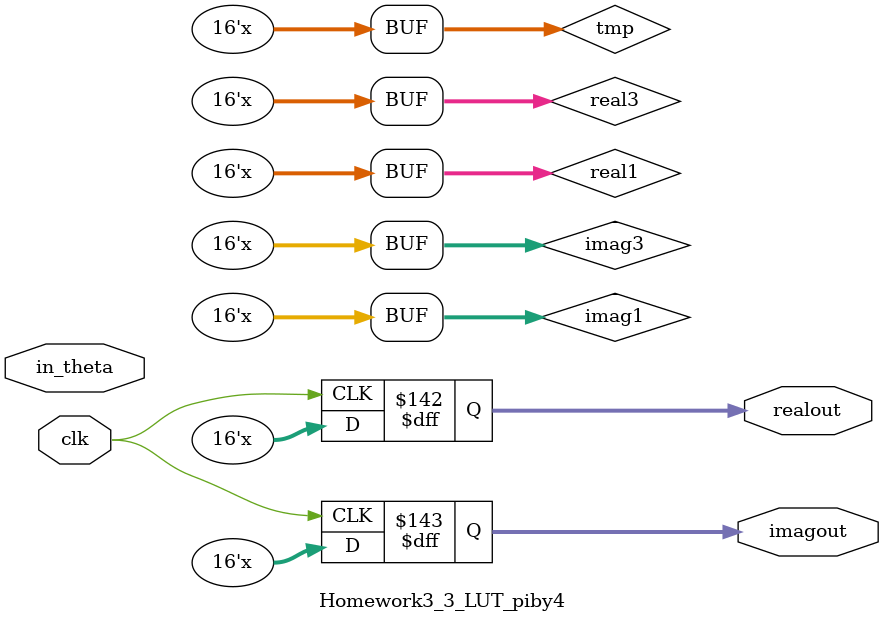
<source format=v>
module Homework3_3_LUT_piby4(clk,in_theta,realout,imagout);
input [11:0]in_theta;
input clk;
output reg [15:0]realout;
output reg [15:0]imagout;


wire [11:0]in_theta;
wire clk;
//reg [15:0]realout;
//reg [15:0]imagout;

reg [11:0]theta;
reg [11:0]thegen1;
reg [11:0]thegen;
reg [15:0]real3;
reg [15:0]imag3;
reg [15:0]real2;
reg [15:0]imag2;
reg [15:0]real1;
reg [15:0]imag1;
reg [15:0]tmp;

always@(posedge clk)begin
theta<= #1 in_theta;
realout<= #1 real3;
imagout<= #1 imag3;
end

always @(*) begin
if (theta<=12'b010000000000)begin
    thegen = theta;
    real3 =real1;
    imag3=imag1; end
else if (theta<=12'b100000000000 && theta>12'b010000000000)begin
    thegen = 12'b100000000000-theta;
    real3 =~real1+1'b1;
    imag3=imag1; end
else if (theta<=12'b110000000000 && theta>12'b100000000000)begin
    thegen = theta-12'b100000000000;
    real3 = ~real1+1'b1;
    imag3=~imag1+1'b1; end
else if (theta<=12'b111111111111 && theta>12'b110000000000)begin
    thegen = 12'b111111111111-theta+1'b1;
    real3 = real1;
    imag3=~imag1+1'b1; end
end
always @(*)begin
if (thegen>12'b001000000000)begin
    thegen1=12'b010000000000-thegen;
    tmp=imag1;    
    imag1=real1;    
    real1=tmp;
end
else if(thegen<=12'b001000000000)begin
    thegen1=thegen;
end
end

always @(thegen1) begin
  case (thegen1)
    12'b000000000000: begin  real1=16'b0100000000000000; imag1=16'b0000000000000000;  end  // angle = 0.000000 pi
    12'b000000000001: begin  real1=16'b0100000000000000; imag1=16'b0000000000011001;  end  // angle = 0.000488 pi
    12'b000000000010: begin  real1=16'b0100000000000000; imag1=16'b0000000000110010;  end  // angle = 0.000977 pi
    12'b000000000011: begin  real1=16'b0100000000000000; imag1=16'b0000000001001011;  end  // angle = 0.001465 pi
    12'b000000000100: begin  real1=16'b0100000000000000; imag1=16'b0000000001100101;  end  // angle = 0.001953 pi
    12'b000000000101: begin  real1=16'b0100000000000000; imag1=16'b0000000001111110;  end  // angle = 0.002441 pi
    12'b000000000110: begin  real1=16'b0011111111111111; imag1=16'b0000000010010111;  end  // angle = 0.002930 pi
    12'b000000000111: begin  real1=16'b0011111111111111; imag1=16'b0000000010110000;  end  // angle = 0.003418 pi
    12'b000000001000: begin  real1=16'b0011111111111111; imag1=16'b0000000011001001;  end  // angle = 0.003906 pi
    12'b000000001001: begin  real1=16'b0011111111111110; imag1=16'b0000000011100010;  end  // angle = 0.004395 pi
    12'b000000001010: begin  real1=16'b0011111111111110; imag1=16'b0000000011111011;  end  // angle = 0.004883 pi
    12'b000000001011: begin  real1=16'b0011111111111110; imag1=16'b0000000100010100;  end  // angle = 0.005371 pi
    12'b000000001100: begin  real1=16'b0011111111111101; imag1=16'b0000000100101110;  end  // angle = 0.005859 pi
    12'b000000001101: begin  real1=16'b0011111111111101; imag1=16'b0000000101000111;  end  // angle = 0.006348 pi
    12'b000000001110: begin  real1=16'b0011111111111100; imag1=16'b0000000101100000;  end  // angle = 0.006836 pi
    12'b000000001111: begin  real1=16'b0011111111111100; imag1=16'b0000000101111001;  end  // angle = 0.007324 pi
    12'b000000010000: begin  real1=16'b0011111111111011; imag1=16'b0000000110010010;  end  // angle = 0.007812 pi
    12'b000000010001: begin  real1=16'b0011111111111010; imag1=16'b0000000110101011;  end  // angle = 0.008301 pi
    12'b000000010010: begin  real1=16'b0011111111111010; imag1=16'b0000000111000100;  end  // angle = 0.008789 pi
    12'b000000010011: begin  real1=16'b0011111111111001; imag1=16'b0000000111011101;  end  // angle = 0.009277 pi
    12'b000000010100: begin  real1=16'b0011111111111000; imag1=16'b0000000111110111;  end  // angle = 0.009766 pi
    12'b000000010101: begin  real1=16'b0011111111110111; imag1=16'b0000001000010000;  end  // angle = 0.010254 pi
    12'b000000010110: begin  real1=16'b0011111111110111; imag1=16'b0000001000101001;  end  // angle = 0.010742 pi
    12'b000000010111: begin  real1=16'b0011111111110110; imag1=16'b0000001001000010;  end  // angle = 0.011230 pi
    12'b000000011000: begin  real1=16'b0011111111110101; imag1=16'b0000001001011011;  end  // angle = 0.011719 pi
    12'b000000011001: begin  real1=16'b0011111111110100; imag1=16'b0000001001110100;  end  // angle = 0.012207 pi
    12'b000000011010: begin  real1=16'b0011111111110011; imag1=16'b0000001010001101;  end  // angle = 0.012695 pi
    12'b000000011011: begin  real1=16'b0011111111110010; imag1=16'b0000001010100110;  end  // angle = 0.013184 pi
    12'b000000011100: begin  real1=16'b0011111111110001; imag1=16'b0000001011000000;  end  // angle = 0.013672 pi
    12'b000000011101: begin  real1=16'b0011111111110000; imag1=16'b0000001011011001;  end  // angle = 0.014160 pi
    12'b000000011110: begin  real1=16'b0011111111101111; imag1=16'b0000001011110010;  end  // angle = 0.014648 pi
    12'b000000011111: begin  real1=16'b0011111111101101; imag1=16'b0000001100001011;  end  // angle = 0.015137 pi
    12'b000000100000: begin  real1=16'b0011111111101100; imag1=16'b0000001100100100;  end  // angle = 0.015625 pi
    12'b000000100001: begin  real1=16'b0011111111101011; imag1=16'b0000001100111101;  end  // angle = 0.016113 pi
    12'b000000100010: begin  real1=16'b0011111111101010; imag1=16'b0000001101010110;  end  // angle = 0.016602 pi
    12'b000000100011: begin  real1=16'b0011111111101000; imag1=16'b0000001101101111;  end  // angle = 0.017090 pi
    12'b000000100100: begin  real1=16'b0011111111100111; imag1=16'b0000001110001000;  end  // angle = 0.017578 pi
    12'b000000100101: begin  real1=16'b0011111111100110; imag1=16'b0000001110100001;  end  // angle = 0.018066 pi
    12'b000000100110: begin  real1=16'b0011111111100100; imag1=16'b0000001110111011;  end  // angle = 0.018555 pi
    12'b000000100111: begin  real1=16'b0011111111100011; imag1=16'b0000001111010100;  end  // angle = 0.019043 pi
    12'b000000101000: begin  real1=16'b0011111111100001; imag1=16'b0000001111101101;  end  // angle = 0.019531 pi
    12'b000000101001: begin  real1=16'b0011111111100000; imag1=16'b0000010000000110;  end  // angle = 0.020020 pi
    12'b000000101010: begin  real1=16'b0011111111011110; imag1=16'b0000010000011111;  end  // angle = 0.020508 pi
    12'b000000101011: begin  real1=16'b0011111111011100; imag1=16'b0000010000111000;  end  // angle = 0.020996 pi
    12'b000000101100: begin  real1=16'b0011111111011011; imag1=16'b0000010001010001;  end  // angle = 0.021484 pi
    12'b000000101101: begin  real1=16'b0011111111011001; imag1=16'b0000010001101010;  end  // angle = 0.021973 pi
    12'b000000101110: begin  real1=16'b0011111111010111; imag1=16'b0000010010000011;  end  // angle = 0.022461 pi
    12'b000000101111: begin  real1=16'b0011111111010101; imag1=16'b0000010010011100;  end  // angle = 0.022949 pi
    12'b000000110000: begin  real1=16'b0011111111010100; imag1=16'b0000010010110101;  end  // angle = 0.023438 pi
    12'b000000110001: begin  real1=16'b0011111111010010; imag1=16'b0000010011001110;  end  // angle = 0.023926 pi
    12'b000000110010: begin  real1=16'b0011111111010000; imag1=16'b0000010011100111;  end  // angle = 0.024414 pi
    12'b000000110011: begin  real1=16'b0011111111001110; imag1=16'b0000010100000000;  end  // angle = 0.024902 pi
    12'b000000110100: begin  real1=16'b0011111111001100; imag1=16'b0000010100011010;  end  // angle = 0.025391 pi
    12'b000000110101: begin  real1=16'b0011111111001010; imag1=16'b0000010100110011;  end  // angle = 0.025879 pi
    12'b000000110110: begin  real1=16'b0011111111001000; imag1=16'b0000010101001100;  end  // angle = 0.026367 pi
    12'b000000110111: begin  real1=16'b0011111111000110; imag1=16'b0000010101100101;  end  // angle = 0.026855 pi
    12'b000000111000: begin  real1=16'b0011111111000100; imag1=16'b0000010101111110;  end  // angle = 0.027344 pi
    12'b000000111001: begin  real1=16'b0011111111000001; imag1=16'b0000010110010111;  end  // angle = 0.027832 pi
    12'b000000111010: begin  real1=16'b0011111110111111; imag1=16'b0000010110110000;  end  // angle = 0.028320 pi
    12'b000000111011: begin  real1=16'b0011111110111101; imag1=16'b0000010111001001;  end  // angle = 0.028809 pi
    12'b000000111100: begin  real1=16'b0011111110111011; imag1=16'b0000010111100010;  end  // angle = 0.029297 pi
    12'b000000111101: begin  real1=16'b0011111110111000; imag1=16'b0000010111111011;  end  // angle = 0.029785 pi
    12'b000000111110: begin  real1=16'b0011111110110110; imag1=16'b0000011000010100;  end  // angle = 0.030273 pi
    12'b000000111111: begin  real1=16'b0011111110110100; imag1=16'b0000011000101101;  end  // angle = 0.030762 pi
    12'b000001000000: begin  real1=16'b0011111110110001; imag1=16'b0000011001000110;  end  // angle = 0.031250 pi
    12'b000001000001: begin  real1=16'b0011111110101111; imag1=16'b0000011001011111;  end  // angle = 0.031738 pi
    12'b000001000010: begin  real1=16'b0011111110101100; imag1=16'b0000011001111000;  end  // angle = 0.032227 pi
    12'b000001000011: begin  real1=16'b0011111110101010; imag1=16'b0000011010010001;  end  // angle = 0.032715 pi
    12'b000001000100: begin  real1=16'b0011111110100111; imag1=16'b0000011010101010;  end  // angle = 0.033203 pi
    12'b000001000101: begin  real1=16'b0011111110100100; imag1=16'b0000011011000011;  end  // angle = 0.033691 pi
    12'b000001000110: begin  real1=16'b0011111110100010; imag1=16'b0000011011011100;  end  // angle = 0.034180 pi
    12'b000001000111: begin  real1=16'b0011111110011111; imag1=16'b0000011011110101;  end  // angle = 0.034668 pi
    12'b000001001000: begin  real1=16'b0011111110011100; imag1=16'b0000011100001110;  end  // angle = 0.035156 pi
    12'b000001001001: begin  real1=16'b0011111110011001; imag1=16'b0000011100100111;  end  // angle = 0.035645 pi
    12'b000001001010: begin  real1=16'b0011111110010111; imag1=16'b0000011101000000;  end  // angle = 0.036133 pi
    12'b000001001011: begin  real1=16'b0011111110010100; imag1=16'b0000011101011001;  end  // angle = 0.036621 pi
    12'b000001001100: begin  real1=16'b0011111110010001; imag1=16'b0000011101110010;  end  // angle = 0.037109 pi
    12'b000001001101: begin  real1=16'b0011111110001110; imag1=16'b0000011110001011;  end  // angle = 0.037598 pi
    12'b000001001110: begin  real1=16'b0011111110001011; imag1=16'b0000011110100100;  end  // angle = 0.038086 pi
    12'b000001001111: begin  real1=16'b0011111110001000; imag1=16'b0000011110111101;  end  // angle = 0.038574 pi
    12'b000001010000: begin  real1=16'b0011111110000101; imag1=16'b0000011111010110;  end  // angle = 0.039062 pi
    12'b000001010001: begin  real1=16'b0011111110000010; imag1=16'b0000011111101111;  end  // angle = 0.039551 pi
    12'b000001010010: begin  real1=16'b0011111101111111; imag1=16'b0000100000000111;  end  // angle = 0.040039 pi
    12'b000001010011: begin  real1=16'b0011111101111011; imag1=16'b0000100000100000;  end  // angle = 0.040527 pi
    12'b000001010100: begin  real1=16'b0011111101111000; imag1=16'b0000100000111001;  end  // angle = 0.041016 pi
    12'b000001010101: begin  real1=16'b0011111101110101; imag1=16'b0000100001010010;  end  // angle = 0.041504 pi
    12'b000001010110: begin  real1=16'b0011111101110010; imag1=16'b0000100001101011;  end  // angle = 0.041992 pi
    12'b000001010111: begin  real1=16'b0011111101101110; imag1=16'b0000100010000100;  end  // angle = 0.042480 pi
    12'b000001011000: begin  real1=16'b0011111101101011; imag1=16'b0000100010011101;  end  // angle = 0.042969 pi
    12'b000001011001: begin  real1=16'b0011111101101000; imag1=16'b0000100010110110;  end  // angle = 0.043457 pi
    12'b000001011010: begin  real1=16'b0011111101100100; imag1=16'b0000100011001111;  end  // angle = 0.043945 pi
    12'b000001011011: begin  real1=16'b0011111101100001; imag1=16'b0000100011101000;  end  // angle = 0.044434 pi
    12'b000001011100: begin  real1=16'b0011111101011101; imag1=16'b0000100100000001;  end  // angle = 0.044922 pi
    12'b000001011101: begin  real1=16'b0011111101011010; imag1=16'b0000100100011001;  end  // angle = 0.045410 pi
    12'b000001011110: begin  real1=16'b0011111101010110; imag1=16'b0000100100110010;  end  // angle = 0.045898 pi
    12'b000001011111: begin  real1=16'b0011111101010010; imag1=16'b0000100101001011;  end  // angle = 0.046387 pi
    12'b000001100000: begin  real1=16'b0011111101001111; imag1=16'b0000100101100100;  end  // angle = 0.046875 pi
    12'b000001100001: begin  real1=16'b0011111101001011; imag1=16'b0000100101111101;  end  // angle = 0.047363 pi
    12'b000001100010: begin  real1=16'b0011111101000111; imag1=16'b0000100110010110;  end  // angle = 0.047852 pi
    12'b000001100011: begin  real1=16'b0011111101000011; imag1=16'b0000100110101111;  end  // angle = 0.048340 pi
    12'b000001100100: begin  real1=16'b0011111101000000; imag1=16'b0000100111000111;  end  // angle = 0.048828 pi
    12'b000001100101: begin  real1=16'b0011111100111100; imag1=16'b0000100111100000;  end  // angle = 0.049316 pi
    12'b000001100110: begin  real1=16'b0011111100111000; imag1=16'b0000100111111001;  end  // angle = 0.049805 pi
    12'b000001100111: begin  real1=16'b0011111100110100; imag1=16'b0000101000010010;  end  // angle = 0.050293 pi
    12'b000001101000: begin  real1=16'b0011111100110000; imag1=16'b0000101000101011;  end  // angle = 0.050781 pi
    12'b000001101001: begin  real1=16'b0011111100101100; imag1=16'b0000101001000100;  end  // angle = 0.051270 pi
    12'b000001101010: begin  real1=16'b0011111100101000; imag1=16'b0000101001011100;  end  // angle = 0.051758 pi
    12'b000001101011: begin  real1=16'b0011111100100100; imag1=16'b0000101001110101;  end  // angle = 0.052246 pi
    12'b000001101100: begin  real1=16'b0011111100100000; imag1=16'b0000101010001110;  end  // angle = 0.052734 pi
    12'b000001101101: begin  real1=16'b0011111100011100; imag1=16'b0000101010100111;  end  // angle = 0.053223 pi
    12'b000001101110: begin  real1=16'b0011111100010111; imag1=16'b0000101011000000;  end  // angle = 0.053711 pi
    12'b000001101111: begin  real1=16'b0011111100010011; imag1=16'b0000101011011000;  end  // angle = 0.054199 pi
    12'b000001110000: begin  real1=16'b0011111100001111; imag1=16'b0000101011110001;  end  // angle = 0.054688 pi
    12'b000001110001: begin  real1=16'b0011111100001010; imag1=16'b0000101100001010;  end  // angle = 0.055176 pi
    12'b000001110010: begin  real1=16'b0011111100000110; imag1=16'b0000101100100011;  end  // angle = 0.055664 pi
    12'b000001110011: begin  real1=16'b0011111100000010; imag1=16'b0000101100111011;  end  // angle = 0.056152 pi
    12'b000001110100: begin  real1=16'b0011111011111101; imag1=16'b0000101101010100;  end  // angle = 0.056641 pi
    12'b000001110101: begin  real1=16'b0011111011111001; imag1=16'b0000101101101101;  end  // angle = 0.057129 pi
    12'b000001110110: begin  real1=16'b0011111011110100; imag1=16'b0000101110000101;  end  // angle = 0.057617 pi
    12'b000001110111: begin  real1=16'b0011111011110000; imag1=16'b0000101110011110;  end  // angle = 0.058105 pi
    12'b000001111000: begin  real1=16'b0011111011101011; imag1=16'b0000101110110111;  end  // angle = 0.058594 pi
    12'b000001111001: begin  real1=16'b0011111011100111; imag1=16'b0000101111010000;  end  // angle = 0.059082 pi
    12'b000001111010: begin  real1=16'b0011111011100010; imag1=16'b0000101111101000;  end  // angle = 0.059570 pi
    12'b000001111011: begin  real1=16'b0011111011011101; imag1=16'b0000110000000001;  end  // angle = 0.060059 pi
    12'b000001111100: begin  real1=16'b0011111011011000; imag1=16'b0000110000011010;  end  // angle = 0.060547 pi
    12'b000001111101: begin  real1=16'b0011111011010100; imag1=16'b0000110000110010;  end  // angle = 0.061035 pi
    12'b000001111110: begin  real1=16'b0011111011001111; imag1=16'b0000110001001011;  end  // angle = 0.061523 pi
    12'b000001111111: begin  real1=16'b0011111011001010; imag1=16'b0000110001100100;  end  // angle = 0.062012 pi
    12'b000010000000: begin  real1=16'b0011111011000101; imag1=16'b0000110001111100;  end  // angle = 0.062500 pi
    12'b000010000001: begin  real1=16'b0011111011000000; imag1=16'b0000110010010101;  end  // angle = 0.062988 pi
    12'b000010000010: begin  real1=16'b0011111010111011; imag1=16'b0000110010101110;  end  // angle = 0.063477 pi
    12'b000010000011: begin  real1=16'b0011111010110110; imag1=16'b0000110011000110;  end  // angle = 0.063965 pi
    12'b000010000100: begin  real1=16'b0011111010110001; imag1=16'b0000110011011111;  end  // angle = 0.064453 pi
    12'b000010000101: begin  real1=16'b0011111010101100; imag1=16'b0000110011111000;  end  // angle = 0.064941 pi
    12'b000010000110: begin  real1=16'b0011111010100111; imag1=16'b0000110100010000;  end  // angle = 0.065430 pi
    12'b000010000111: begin  real1=16'b0011111010100010; imag1=16'b0000110100101001;  end  // angle = 0.065918 pi
    12'b000010001000: begin  real1=16'b0011111010011101; imag1=16'b0000110101000001;  end  // angle = 0.066406 pi
    12'b000010001001: begin  real1=16'b0011111010011000; imag1=16'b0000110101011010;  end  // angle = 0.066895 pi
    12'b000010001010: begin  real1=16'b0011111010010010; imag1=16'b0000110101110010;  end  // angle = 0.067383 pi
    12'b000010001011: begin  real1=16'b0011111010001101; imag1=16'b0000110110001011;  end  // angle = 0.067871 pi
    12'b000010001100: begin  real1=16'b0011111010001000; imag1=16'b0000110110100100;  end  // angle = 0.068359 pi
    12'b000010001101: begin  real1=16'b0011111010000010; imag1=16'b0000110110111100;  end  // angle = 0.068848 pi
    12'b000010001110: begin  real1=16'b0011111001111101; imag1=16'b0000110111010101;  end  // angle = 0.069336 pi
    12'b000010001111: begin  real1=16'b0011111001110111; imag1=16'b0000110111101101;  end  // angle = 0.069824 pi
    12'b000010010000: begin  real1=16'b0011111001110010; imag1=16'b0000111000000110;  end  // angle = 0.070312 pi
    12'b000010010001: begin  real1=16'b0011111001101100; imag1=16'b0000111000011110;  end  // angle = 0.070801 pi
    12'b000010010010: begin  real1=16'b0011111001100111; imag1=16'b0000111000110111;  end  // angle = 0.071289 pi
    12'b000010010011: begin  real1=16'b0011111001100001; imag1=16'b0000111001001111;  end  // angle = 0.071777 pi
    12'b000010010100: begin  real1=16'b0011111001011100; imag1=16'b0000111001101000;  end  // angle = 0.072266 pi
    12'b000010010101: begin  real1=16'b0011111001010110; imag1=16'b0000111010000000;  end  // angle = 0.072754 pi
    12'b000010010110: begin  real1=16'b0011111001010000; imag1=16'b0000111010011001;  end  // angle = 0.073242 pi
    12'b000010010111: begin  real1=16'b0011111001001010; imag1=16'b0000111010110001;  end  // angle = 0.073730 pi
    12'b000010011000: begin  real1=16'b0011111001000101; imag1=16'b0000111011001010;  end  // angle = 0.074219 pi
    12'b000010011001: begin  real1=16'b0011111000111111; imag1=16'b0000111011100010;  end  // angle = 0.074707 pi
    12'b000010011010: begin  real1=16'b0011111000111001; imag1=16'b0000111011111011;  end  // angle = 0.075195 pi
    12'b000010011011: begin  real1=16'b0011111000110011; imag1=16'b0000111100010011;  end  // angle = 0.075684 pi
    12'b000010011100: begin  real1=16'b0011111000101101; imag1=16'b0000111100101011;  end  // angle = 0.076172 pi
    12'b000010011101: begin  real1=16'b0011111000100111; imag1=16'b0000111101000100;  end  // angle = 0.076660 pi
    12'b000010011110: begin  real1=16'b0011111000100001; imag1=16'b0000111101011100;  end  // angle = 0.077148 pi
    12'b000010011111: begin  real1=16'b0011111000011011; imag1=16'b0000111101110101;  end  // angle = 0.077637 pi
    12'b000010100000: begin  real1=16'b0011111000010101; imag1=16'b0000111110001101;  end  // angle = 0.078125 pi
    12'b000010100001: begin  real1=16'b0011111000001111; imag1=16'b0000111110100101;  end  // angle = 0.078613 pi
    12'b000010100010: begin  real1=16'b0011111000001001; imag1=16'b0000111110111110;  end  // angle = 0.079102 pi
    12'b000010100011: begin  real1=16'b0011111000000011; imag1=16'b0000111111010110;  end  // angle = 0.079590 pi
    12'b000010100100: begin  real1=16'b0011110111111100; imag1=16'b0000111111101110;  end  // angle = 0.080078 pi
    12'b000010100101: begin  real1=16'b0011110111110110; imag1=16'b0001000000000111;  end  // angle = 0.080566 pi
    12'b000010100110: begin  real1=16'b0011110111110000; imag1=16'b0001000000011111;  end  // angle = 0.081055 pi
    12'b000010100111: begin  real1=16'b0011110111101001; imag1=16'b0001000000110111;  end  // angle = 0.081543 pi
    12'b000010101000: begin  real1=16'b0011110111100011; imag1=16'b0001000001010000;  end  // angle = 0.082031 pi
    12'b000010101001: begin  real1=16'b0011110111011101; imag1=16'b0001000001101000;  end  // angle = 0.082520 pi
    12'b000010101010: begin  real1=16'b0011110111010110; imag1=16'b0001000010000000;  end  // angle = 0.083008 pi
    12'b000010101011: begin  real1=16'b0011110111010000; imag1=16'b0001000010011001;  end  // angle = 0.083496 pi
    12'b000010101100: begin  real1=16'b0011110111001001; imag1=16'b0001000010110001;  end  // angle = 0.083984 pi
    12'b000010101101: begin  real1=16'b0011110111000010; imag1=16'b0001000011001001;  end  // angle = 0.084473 pi
    12'b000010101110: begin  real1=16'b0011110110111100; imag1=16'b0001000011100001;  end  // angle = 0.084961 pi
    12'b000010101111: begin  real1=16'b0011110110110101; imag1=16'b0001000011111010;  end  // angle = 0.085449 pi
    12'b000010110000: begin  real1=16'b0011110110101111; imag1=16'b0001000100010010;  end  // angle = 0.085937 pi
    12'b000010110001: begin  real1=16'b0011110110101000; imag1=16'b0001000100101010;  end  // angle = 0.086426 pi
    12'b000010110010: begin  real1=16'b0011110110100001; imag1=16'b0001000101000010;  end  // angle = 0.086914 pi
    12'b000010110011: begin  real1=16'b0011110110011010; imag1=16'b0001000101011010;  end  // angle = 0.087402 pi
    12'b000010110100: begin  real1=16'b0011110110010011; imag1=16'b0001000101110011;  end  // angle = 0.087891 pi
    12'b000010110101: begin  real1=16'b0011110110001101; imag1=16'b0001000110001011;  end  // angle = 0.088379 pi
    12'b000010110110: begin  real1=16'b0011110110000110; imag1=16'b0001000110100011;  end  // angle = 0.088867 pi
    12'b000010110111: begin  real1=16'b0011110101111111; imag1=16'b0001000110111011;  end  // angle = 0.089355 pi
    12'b000010111000: begin  real1=16'b0011110101111000; imag1=16'b0001000111010011;  end  // angle = 0.089844 pi
    12'b000010111001: begin  real1=16'b0011110101110001; imag1=16'b0001000111101011;  end  // angle = 0.090332 pi
    12'b000010111010: begin  real1=16'b0011110101101010; imag1=16'b0001001000000100;  end  // angle = 0.090820 pi
    12'b000010111011: begin  real1=16'b0011110101100011; imag1=16'b0001001000011100;  end  // angle = 0.091309 pi
    12'b000010111100: begin  real1=16'b0011110101011011; imag1=16'b0001001000110100;  end  // angle = 0.091797 pi
    12'b000010111101: begin  real1=16'b0011110101010100; imag1=16'b0001001001001100;  end  // angle = 0.092285 pi
    12'b000010111110: begin  real1=16'b0011110101001101; imag1=16'b0001001001100100;  end  // angle = 0.092773 pi
    12'b000010111111: begin  real1=16'b0011110101000110; imag1=16'b0001001001111100;  end  // angle = 0.093262 pi
    12'b000011000000: begin  real1=16'b0011110100111111; imag1=16'b0001001010010100;  end  // angle = 0.093750 pi
    12'b000011000001: begin  real1=16'b0011110100110111; imag1=16'b0001001010101100;  end  // angle = 0.094238 pi
    12'b000011000010: begin  real1=16'b0011110100110000; imag1=16'b0001001011000100;  end  // angle = 0.094727 pi
    12'b000011000011: begin  real1=16'b0011110100101000; imag1=16'b0001001011011100;  end  // angle = 0.095215 pi
    12'b000011000100: begin  real1=16'b0011110100100001; imag1=16'b0001001011110100;  end  // angle = 0.095703 pi
    12'b000011000101: begin  real1=16'b0011110100011010; imag1=16'b0001001100001100;  end  // angle = 0.096191 pi
    12'b000011000110: begin  real1=16'b0011110100010010; imag1=16'b0001001100100100;  end  // angle = 0.096680 pi
    12'b000011000111: begin  real1=16'b0011110100001011; imag1=16'b0001001100111100;  end  // angle = 0.097168 pi
    12'b000011001000: begin  real1=16'b0011110100000011; imag1=16'b0001001101010100;  end  // angle = 0.097656 pi
    12'b000011001001: begin  real1=16'b0011110011111011; imag1=16'b0001001101101100;  end  // angle = 0.098145 pi
    12'b000011001010: begin  real1=16'b0011110011110100; imag1=16'b0001001110000100;  end  // angle = 0.098633 pi
    12'b000011001011: begin  real1=16'b0011110011101100; imag1=16'b0001001110011100;  end  // angle = 0.099121 pi
    12'b000011001100: begin  real1=16'b0011110011100100; imag1=16'b0001001110110100;  end  // angle = 0.099609 pi
    12'b000011001101: begin  real1=16'b0011110011011101; imag1=16'b0001001111001100;  end  // angle = 0.100098 pi
    12'b000011001110: begin  real1=16'b0011110011010101; imag1=16'b0001001111100100;  end  // angle = 0.100586 pi
    12'b000011001111: begin  real1=16'b0011110011001101; imag1=16'b0001001111111011;  end  // angle = 0.101074 pi
    12'b000011010000: begin  real1=16'b0011110011000101; imag1=16'b0001010000010011;  end  // angle = 0.101563 pi
    12'b000011010001: begin  real1=16'b0011110010111101; imag1=16'b0001010000101011;  end  // angle = 0.102051 pi
    12'b000011010010: begin  real1=16'b0011110010110101; imag1=16'b0001010001000011;  end  // angle = 0.102539 pi
    12'b000011010011: begin  real1=16'b0011110010101101; imag1=16'b0001010001011011;  end  // angle = 0.103027 pi
    12'b000011010100: begin  real1=16'b0011110010100101; imag1=16'b0001010001110011;  end  // angle = 0.103516 pi
    12'b000011010101: begin  real1=16'b0011110010011101; imag1=16'b0001010010001011;  end  // angle = 0.104004 pi
    12'b000011010110: begin  real1=16'b0011110010010101; imag1=16'b0001010010100010;  end  // angle = 0.104492 pi
    12'b000011010111: begin  real1=16'b0011110010001101; imag1=16'b0001010010111010;  end  // angle = 0.104980 pi
    12'b000011011000: begin  real1=16'b0011110010000101; imag1=16'b0001010011010010;  end  // angle = 0.105469 pi
    12'b000011011001: begin  real1=16'b0011110001111101; imag1=16'b0001010011101010;  end  // angle = 0.105957 pi
    12'b000011011010: begin  real1=16'b0011110001110100; imag1=16'b0001010100000001;  end  // angle = 0.106445 pi
    12'b000011011011: begin  real1=16'b0011110001101100; imag1=16'b0001010100011001;  end  // angle = 0.106934 pi
    12'b000011011100: begin  real1=16'b0011110001100100; imag1=16'b0001010100110001;  end  // angle = 0.107422 pi
    12'b000011011101: begin  real1=16'b0011110001011011; imag1=16'b0001010101001001;  end  // angle = 0.107910 pi
    12'b000011011110: begin  real1=16'b0011110001010011; imag1=16'b0001010101100000;  end  // angle = 0.108398 pi
    12'b000011011111: begin  real1=16'b0011110001001011; imag1=16'b0001010101111000;  end  // angle = 0.108887 pi
    12'b000011100000: begin  real1=16'b0011110001000010; imag1=16'b0001010110010000;  end  // angle = 0.109375 pi
    12'b000011100001: begin  real1=16'b0011110000111010; imag1=16'b0001010110100111;  end  // angle = 0.109863 pi
    12'b000011100010: begin  real1=16'b0011110000110001; imag1=16'b0001010110111111;  end  // angle = 0.110352 pi
    12'b000011100011: begin  real1=16'b0011110000101001; imag1=16'b0001010111010111;  end  // angle = 0.110840 pi
    12'b000011100100: begin  real1=16'b0011110000100000; imag1=16'b0001010111101110;  end  // angle = 0.111328 pi
    12'b000011100101: begin  real1=16'b0011110000010111; imag1=16'b0001011000000110;  end  // angle = 0.111816 pi
    12'b000011100110: begin  real1=16'b0011110000001111; imag1=16'b0001011000011101;  end  // angle = 0.112305 pi
    12'b000011100111: begin  real1=16'b0011110000000110; imag1=16'b0001011000110101;  end  // angle = 0.112793 pi
    12'b000011101000: begin  real1=16'b0011101111111101; imag1=16'b0001011001001100;  end  // angle = 0.113281 pi
    12'b000011101001: begin  real1=16'b0011101111110101; imag1=16'b0001011001100100;  end  // angle = 0.113770 pi
    12'b000011101010: begin  real1=16'b0011101111101100; imag1=16'b0001011001111100;  end  // angle = 0.114258 pi
    12'b000011101011: begin  real1=16'b0011101111100011; imag1=16'b0001011010010011;  end  // angle = 0.114746 pi
    12'b000011101100: begin  real1=16'b0011101111011010; imag1=16'b0001011010101011;  end  // angle = 0.115234 pi
    12'b000011101101: begin  real1=16'b0011101111010001; imag1=16'b0001011011000010;  end  // angle = 0.115723 pi
    12'b000011101110: begin  real1=16'b0011101111001000; imag1=16'b0001011011011010;  end  // angle = 0.116211 pi
    12'b000011101111: begin  real1=16'b0011101110111111; imag1=16'b0001011011110001;  end  // angle = 0.116699 pi
    12'b000011110000: begin  real1=16'b0011101110110110; imag1=16'b0001011100001001;  end  // angle = 0.117187 pi
    12'b000011110001: begin  real1=16'b0011101110101101; imag1=16'b0001011100100000;  end  // angle = 0.117676 pi
    12'b000011110010: begin  real1=16'b0011101110100100; imag1=16'b0001011100110111;  end  // angle = 0.118164 pi
    12'b000011110011: begin  real1=16'b0011101110011011; imag1=16'b0001011101001111;  end  // angle = 0.118652 pi
    12'b000011110100: begin  real1=16'b0011101110010010; imag1=16'b0001011101100110;  end  // angle = 0.119141 pi
    12'b000011110101: begin  real1=16'b0011101110001000; imag1=16'b0001011101111110;  end  // angle = 0.119629 pi
    12'b000011110110: begin  real1=16'b0011101101111111; imag1=16'b0001011110010101;  end  // angle = 0.120117 pi
    12'b000011110111: begin  real1=16'b0011101101110110; imag1=16'b0001011110101100;  end  // angle = 0.120605 pi
    12'b000011111000: begin  real1=16'b0011101101101101; imag1=16'b0001011111000100;  end  // angle = 0.121094 pi
    12'b000011111001: begin  real1=16'b0011101101100011; imag1=16'b0001011111011011;  end  // angle = 0.121582 pi
    12'b000011111010: begin  real1=16'b0011101101011010; imag1=16'b0001011111110010;  end  // angle = 0.122070 pi
    12'b000011111011: begin  real1=16'b0011101101010000; imag1=16'b0001100000001010;  end  // angle = 0.122559 pi
    12'b000011111100: begin  real1=16'b0011101101000111; imag1=16'b0001100000100001;  end  // angle = 0.123047 pi
    12'b000011111101: begin  real1=16'b0011101100111110; imag1=16'b0001100000111000;  end  // angle = 0.123535 pi
    12'b000011111110: begin  real1=16'b0011101100110100; imag1=16'b0001100001001111;  end  // angle = 0.124023 pi
    12'b000011111111: begin  real1=16'b0011101100101010; imag1=16'b0001100001100111;  end  // angle = 0.124512 pi
    12'b000100000000: begin  real1=16'b0011101100100001; imag1=16'b0001100001111110;  end  // angle = 0.125000 pi
    12'b000100000001: begin  real1=16'b0011101100010111; imag1=16'b0001100010010101;  end  // angle = 0.125488 pi
    12'b000100000010: begin  real1=16'b0011101100001110; imag1=16'b0001100010101100;  end  // angle = 0.125977 pi
    12'b000100000011: begin  real1=16'b0011101100000100; imag1=16'b0001100011000011;  end  // angle = 0.126465 pi
    12'b000100000100: begin  real1=16'b0011101011111010; imag1=16'b0001100011011011;  end  // angle = 0.126953 pi
    12'b000100000101: begin  real1=16'b0011101011110000; imag1=16'b0001100011110010;  end  // angle = 0.127441 pi
    12'b000100000110: begin  real1=16'b0011101011100110; imag1=16'b0001100100001001;  end  // angle = 0.127930 pi
    12'b000100000111: begin  real1=16'b0011101011011101; imag1=16'b0001100100100000;  end  // angle = 0.128418 pi
    12'b000100001000: begin  real1=16'b0011101011010011; imag1=16'b0001100100110111;  end  // angle = 0.128906 pi
    12'b000100001001: begin  real1=16'b0011101011001001; imag1=16'b0001100101001110;  end  // angle = 0.129395 pi
    12'b000100001010: begin  real1=16'b0011101010111111; imag1=16'b0001100101100101;  end  // angle = 0.129883 pi
    12'b000100001011: begin  real1=16'b0011101010110101; imag1=16'b0001100101111100;  end  // angle = 0.130371 pi
    12'b000100001100: begin  real1=16'b0011101010101011; imag1=16'b0001100110010011;  end  // angle = 0.130859 pi
    12'b000100001101: begin  real1=16'b0011101010100001; imag1=16'b0001100110101010;  end  // angle = 0.131348 pi
    12'b000100001110: begin  real1=16'b0011101010010111; imag1=16'b0001100111000001;  end  // angle = 0.131836 pi
    12'b000100001111: begin  real1=16'b0011101010001101; imag1=16'b0001100111011000;  end  // angle = 0.132324 pi
    12'b000100010000: begin  real1=16'b0011101010000010; imag1=16'b0001100111101111;  end  // angle = 0.132812 pi
    12'b000100010001: begin  real1=16'b0011101001111000; imag1=16'b0001101000000110;  end  // angle = 0.133301 pi
    12'b000100010010: begin  real1=16'b0011101001101110; imag1=16'b0001101000011101;  end  // angle = 0.133789 pi
    12'b000100010011: begin  real1=16'b0011101001100100; imag1=16'b0001101000110100;  end  // angle = 0.134277 pi
    12'b000100010100: begin  real1=16'b0011101001011001; imag1=16'b0001101001001011;  end  // angle = 0.134766 pi
    12'b000100010101: begin  real1=16'b0011101001001111; imag1=16'b0001101001100010;  end  // angle = 0.135254 pi
    12'b000100010110: begin  real1=16'b0011101001000101; imag1=16'b0001101001111001;  end  // angle = 0.135742 pi
    12'b000100010111: begin  real1=16'b0011101000111010; imag1=16'b0001101010010000;  end  // angle = 0.136230 pi
    12'b000100011000: begin  real1=16'b0011101000110000; imag1=16'b0001101010100111;  end  // angle = 0.136719 pi
    12'b000100011001: begin  real1=16'b0011101000100101; imag1=16'b0001101010111110;  end  // angle = 0.137207 pi
    12'b000100011010: begin  real1=16'b0011101000011011; imag1=16'b0001101011010100;  end  // angle = 0.137695 pi
    12'b000100011011: begin  real1=16'b0011101000010000; imag1=16'b0001101011101011;  end  // angle = 0.138184 pi
    12'b000100011100: begin  real1=16'b0011101000000110; imag1=16'b0001101100000010;  end  // angle = 0.138672 pi
    12'b000100011101: begin  real1=16'b0011100111111011; imag1=16'b0001101100011001;  end  // angle = 0.139160 pi
    12'b000100011110: begin  real1=16'b0011100111110000; imag1=16'b0001101100110000;  end  // angle = 0.139648 pi
    12'b000100011111: begin  real1=16'b0011100111100110; imag1=16'b0001101101000110;  end  // angle = 0.140137 pi
    12'b000100100000: begin  real1=16'b0011100111011011; imag1=16'b0001101101011101;  end  // angle = 0.140625 pi
    12'b000100100001: begin  real1=16'b0011100111010000; imag1=16'b0001101101110100;  end  // angle = 0.141113 pi
    12'b000100100010: begin  real1=16'b0011100111000101; imag1=16'b0001101110001010;  end  // angle = 0.141602 pi
    12'b000100100011: begin  real1=16'b0011100110111011; imag1=16'b0001101110100001;  end  // angle = 0.142090 pi
    12'b000100100100: begin  real1=16'b0011100110110000; imag1=16'b0001101110111000;  end  // angle = 0.142578 pi
    12'b000100100101: begin  real1=16'b0011100110100101; imag1=16'b0001101111001110;  end  // angle = 0.143066 pi
    12'b000100100110: begin  real1=16'b0011100110011010; imag1=16'b0001101111100101;  end  // angle = 0.143555 pi
    12'b000100100111: begin  real1=16'b0011100110001111; imag1=16'b0001101111111100;  end  // angle = 0.144043 pi
    12'b000100101000: begin  real1=16'b0011100110000100; imag1=16'b0001110000010010;  end  // angle = 0.144531 pi
    12'b000100101001: begin  real1=16'b0011100101111001; imag1=16'b0001110000101001;  end  // angle = 0.145020 pi
    12'b000100101010: begin  real1=16'b0011100101101110; imag1=16'b0001110000111111;  end  // angle = 0.145508 pi
    12'b000100101011: begin  real1=16'b0011100101100011; imag1=16'b0001110001010110;  end  // angle = 0.145996 pi
    12'b000100101100: begin  real1=16'b0011100101011000; imag1=16'b0001110001101100;  end  // angle = 0.146484 pi
    12'b000100101101: begin  real1=16'b0011100101001100; imag1=16'b0001110010000011;  end  // angle = 0.146973 pi
    12'b000100101110: begin  real1=16'b0011100101000001; imag1=16'b0001110010011001;  end  // angle = 0.147461 pi
    12'b000100101111: begin  real1=16'b0011100100110110; imag1=16'b0001110010110000;  end  // angle = 0.147949 pi
    12'b000100110000: begin  real1=16'b0011100100101011; imag1=16'b0001110011000110;  end  // angle = 0.148438 pi
    12'b000100110001: begin  real1=16'b0011100100011111; imag1=16'b0001110011011101;  end  // angle = 0.148926 pi
    12'b000100110010: begin  real1=16'b0011100100010100; imag1=16'b0001110011110011;  end  // angle = 0.149414 pi
    12'b000100110011: begin  real1=16'b0011100100001001; imag1=16'b0001110100001010;  end  // angle = 0.149902 pi
    12'b000100110100: begin  real1=16'b0011100011111101; imag1=16'b0001110100100000;  end  // angle = 0.150391 pi
    12'b000100110101: begin  real1=16'b0011100011110010; imag1=16'b0001110100110110;  end  // angle = 0.150879 pi
    12'b000100110110: begin  real1=16'b0011100011100110; imag1=16'b0001110101001101;  end  // angle = 0.151367 pi
    12'b000100110111: begin  real1=16'b0011100011011011; imag1=16'b0001110101100011;  end  // angle = 0.151855 pi
    12'b000100111000: begin  real1=16'b0011100011001111; imag1=16'b0001110101111001;  end  // angle = 0.152344 pi
    12'b000100111001: begin  real1=16'b0011100011000011; imag1=16'b0001110110010000;  end  // angle = 0.152832 pi
    12'b000100111010: begin  real1=16'b0011100010111000; imag1=16'b0001110110100110;  end  // angle = 0.153320 pi
    12'b000100111011: begin  real1=16'b0011100010101100; imag1=16'b0001110110111100;  end  // angle = 0.153809 pi
    12'b000100111100: begin  real1=16'b0011100010100001; imag1=16'b0001110111010011;  end  // angle = 0.154297 pi
    12'b000100111101: begin  real1=16'b0011100010010101; imag1=16'b0001110111101001;  end  // angle = 0.154785 pi
    12'b000100111110: begin  real1=16'b0011100010001001; imag1=16'b0001110111111111;  end  // angle = 0.155273 pi
    12'b000100111111: begin  real1=16'b0011100001111101; imag1=16'b0001111000010101;  end  // angle = 0.155762 pi
    12'b000101000000: begin  real1=16'b0011100001110001; imag1=16'b0001111000101011;  end  // angle = 0.156250 pi
    12'b000101000001: begin  real1=16'b0011100001100110; imag1=16'b0001111001000010;  end  // angle = 0.156738 pi
    12'b000101000010: begin  real1=16'b0011100001011010; imag1=16'b0001111001011000;  end  // angle = 0.157227 pi
    12'b000101000011: begin  real1=16'b0011100001001110; imag1=16'b0001111001101110;  end  // angle = 0.157715 pi
    12'b000101000100: begin  real1=16'b0011100001000010; imag1=16'b0001111010000100;  end  // angle = 0.158203 pi
    12'b000101000101: begin  real1=16'b0011100000110110; imag1=16'b0001111010011010;  end  // angle = 0.158691 pi
    12'b000101000110: begin  real1=16'b0011100000101010; imag1=16'b0001111010110000;  end  // angle = 0.159180 pi
    12'b000101000111: begin  real1=16'b0011100000011110; imag1=16'b0001111011000110;  end  // angle = 0.159668 pi
    12'b000101001000: begin  real1=16'b0011100000010010; imag1=16'b0001111011011100;  end  // angle = 0.160156 pi
    12'b000101001001: begin  real1=16'b0011100000000101; imag1=16'b0001111011110010;  end  // angle = 0.160645 pi
    12'b000101001010: begin  real1=16'b0011011111111001; imag1=16'b0001111100001000;  end  // angle = 0.161133 pi
    12'b000101001011: begin  real1=16'b0011011111101101; imag1=16'b0001111100011110;  end  // angle = 0.161621 pi
    12'b000101001100: begin  real1=16'b0011011111100001; imag1=16'b0001111100110100;  end  // angle = 0.162109 pi
    12'b000101001101: begin  real1=16'b0011011111010101; imag1=16'b0001111101001010;  end  // angle = 0.162598 pi
    12'b000101001110: begin  real1=16'b0011011111001000; imag1=16'b0001111101100000;  end  // angle = 0.163086 pi
    12'b000101001111: begin  real1=16'b0011011110111100; imag1=16'b0001111101110110;  end  // angle = 0.163574 pi
    12'b000101010000: begin  real1=16'b0011011110110000; imag1=16'b0001111110001100;  end  // angle = 0.164062 pi
    12'b000101010001: begin  real1=16'b0011011110100011; imag1=16'b0001111110100010;  end  // angle = 0.164551 pi
    12'b000101010010: begin  real1=16'b0011011110010111; imag1=16'b0001111110110111;  end  // angle = 0.165039 pi
    12'b000101010011: begin  real1=16'b0011011110001010; imag1=16'b0001111111001101;  end  // angle = 0.165527 pi
    12'b000101010100: begin  real1=16'b0011011101111110; imag1=16'b0001111111100011;  end  // angle = 0.166016 pi
    12'b000101010101: begin  real1=16'b0011011101110001; imag1=16'b0001111111111001;  end  // angle = 0.166504 pi
    12'b000101010110: begin  real1=16'b0011011101100101; imag1=16'b0010000000001111;  end  // angle = 0.166992 pi
    12'b000101010111: begin  real1=16'b0011011101011000; imag1=16'b0010000000100100;  end  // angle = 0.167480 pi
    12'b000101011000: begin  real1=16'b0011011101001011; imag1=16'b0010000000111010;  end  // angle = 0.167969 pi
    12'b000101011001: begin  real1=16'b0011011100111111; imag1=16'b0010000001010000;  end  // angle = 0.168457 pi
    12'b000101011010: begin  real1=16'b0011011100110010; imag1=16'b0010000001100101;  end  // angle = 0.168945 pi
    12'b000101011011: begin  real1=16'b0011011100100101; imag1=16'b0010000001111011;  end  // angle = 0.169434 pi
    12'b000101011100: begin  real1=16'b0011011100011000; imag1=16'b0010000010010001;  end  // angle = 0.169922 pi
    12'b000101011101: begin  real1=16'b0011011100001100; imag1=16'b0010000010100110;  end  // angle = 0.170410 pi
    12'b000101011110: begin  real1=16'b0011011011111111; imag1=16'b0010000010111100;  end  // angle = 0.170898 pi
    12'b000101011111: begin  real1=16'b0011011011110010; imag1=16'b0010000011010001;  end  // angle = 0.171387 pi
    12'b000101100000: begin  real1=16'b0011011011100101; imag1=16'b0010000011100111;  end  // angle = 0.171875 pi
    12'b000101100001: begin  real1=16'b0011011011011000; imag1=16'b0010000011111101;  end  // angle = 0.172363 pi
    12'b000101100010: begin  real1=16'b0011011011001011; imag1=16'b0010000100010010;  end  // angle = 0.172852 pi
    12'b000101100011: begin  real1=16'b0011011010111110; imag1=16'b0010000100101000;  end  // angle = 0.173340 pi
    12'b000101100100: begin  real1=16'b0011011010110001; imag1=16'b0010000100111101;  end  // angle = 0.173828 pi
    12'b000101100101: begin  real1=16'b0011011010100100; imag1=16'b0010000101010011;  end  // angle = 0.174316 pi
    12'b000101100110: begin  real1=16'b0011011010010111; imag1=16'b0010000101101000;  end  // angle = 0.174805 pi
    12'b000101100111: begin  real1=16'b0011011010001010; imag1=16'b0010000101111101;  end  // angle = 0.175293 pi
    12'b000101101000: begin  real1=16'b0011011001111101; imag1=16'b0010000110010011;  end  // angle = 0.175781 pi
    12'b000101101001: begin  real1=16'b0011011001101111; imag1=16'b0010000110101000;  end  // angle = 0.176270 pi
    12'b000101101010: begin  real1=16'b0011011001100010; imag1=16'b0010000110111110;  end  // angle = 0.176758 pi
    12'b000101101011: begin  real1=16'b0011011001010101; imag1=16'b0010000111010011;  end  // angle = 0.177246 pi
    12'b000101101100: begin  real1=16'b0011011001001000; imag1=16'b0010000111101000;  end  // angle = 0.177734 pi
    12'b000101101101: begin  real1=16'b0011011000111010; imag1=16'b0010000111111110;  end  // angle = 0.178223 pi
    12'b000101101110: begin  real1=16'b0011011000101101; imag1=16'b0010001000010011;  end  // angle = 0.178711 pi
    12'b000101101111: begin  real1=16'b0011011000100000; imag1=16'b0010001000101000;  end  // angle = 0.179199 pi
    12'b000101110000: begin  real1=16'b0011011000010010; imag1=16'b0010001000111101;  end  // angle = 0.179688 pi
    12'b000101110001: begin  real1=16'b0011011000000101; imag1=16'b0010001001010011;  end  // angle = 0.180176 pi
    12'b000101110010: begin  real1=16'b0011010111110111; imag1=16'b0010001001101000;  end  // angle = 0.180664 pi
    12'b000101110011: begin  real1=16'b0011010111101010; imag1=16'b0010001001111101;  end  // angle = 0.181152 pi
    12'b000101110100: begin  real1=16'b0011010111011100; imag1=16'b0010001010010010;  end  // angle = 0.181641 pi
    12'b000101110101: begin  real1=16'b0011010111001110; imag1=16'b0010001010100111;  end  // angle = 0.182129 pi
    12'b000101110110: begin  real1=16'b0011010111000001; imag1=16'b0010001010111100;  end  // angle = 0.182617 pi
    12'b000101110111: begin  real1=16'b0011010110110011; imag1=16'b0010001011010010;  end  // angle = 0.183105 pi
    12'b000101111000: begin  real1=16'b0011010110100101; imag1=16'b0010001011100111;  end  // angle = 0.183594 pi
    12'b000101111001: begin  real1=16'b0011010110011000; imag1=16'b0010001011111100;  end  // angle = 0.184082 pi
    12'b000101111010: begin  real1=16'b0011010110001010; imag1=16'b0010001100010001;  end  // angle = 0.184570 pi
    12'b000101111011: begin  real1=16'b0011010101111100; imag1=16'b0010001100100110;  end  // angle = 0.185059 pi
    12'b000101111100: begin  real1=16'b0011010101101110; imag1=16'b0010001100111011;  end  // angle = 0.185547 pi
    12'b000101111101: begin  real1=16'b0011010101100001; imag1=16'b0010001101010000;  end  // angle = 0.186035 pi
    12'b000101111110: begin  real1=16'b0011010101010011; imag1=16'b0010001101100101;  end  // angle = 0.186523 pi
    12'b000101111111: begin  real1=16'b0011010101000101; imag1=16'b0010001101111010;  end  // angle = 0.187012 pi
    12'b000110000000: begin  real1=16'b0011010100110111; imag1=16'b0010001110001110;  end  // angle = 0.187500 pi
    12'b000110000001: begin  real1=16'b0011010100101001; imag1=16'b0010001110100011;  end  // angle = 0.187988 pi
    12'b000110000010: begin  real1=16'b0011010100011011; imag1=16'b0010001110111000;  end  // angle = 0.188477 pi
    12'b000110000011: begin  real1=16'b0011010100001101; imag1=16'b0010001111001101;  end  // angle = 0.188965 pi
    12'b000110000100: begin  real1=16'b0011010011111111; imag1=16'b0010001111100010;  end  // angle = 0.189453 pi
    12'b000110000101: begin  real1=16'b0011010011110001; imag1=16'b0010001111110111;  end  // angle = 0.189941 pi
    12'b000110000110: begin  real1=16'b0011010011100010; imag1=16'b0010010000001011;  end  // angle = 0.190430 pi
    12'b000110000111: begin  real1=16'b0011010011010100; imag1=16'b0010010000100000;  end  // angle = 0.190918 pi
    12'b000110001000: begin  real1=16'b0011010011000110; imag1=16'b0010010000110101;  end  // angle = 0.191406 pi
    12'b000110001001: begin  real1=16'b0011010010111000; imag1=16'b0010010001001010;  end  // angle = 0.191895 pi
    12'b000110001010: begin  real1=16'b0011010010101010; imag1=16'b0010010001011110;  end  // angle = 0.192383 pi
    12'b000110001011: begin  real1=16'b0011010010011011; imag1=16'b0010010001110011;  end  // angle = 0.192871 pi
    12'b000110001100: begin  real1=16'b0011010010001101; imag1=16'b0010010010001000;  end  // angle = 0.193359 pi
    12'b000110001101: begin  real1=16'b0011010001111111; imag1=16'b0010010010011100;  end  // angle = 0.193848 pi
    12'b000110001110: begin  real1=16'b0011010001110000; imag1=16'b0010010010110001;  end  // angle = 0.194336 pi
    12'b000110001111: begin  real1=16'b0011010001100010; imag1=16'b0010010011000101;  end  // angle = 0.194824 pi
    12'b000110010000: begin  real1=16'b0011010001010011; imag1=16'b0010010011011010;  end  // angle = 0.195312 pi
    12'b000110010001: begin  real1=16'b0011010001000101; imag1=16'b0010010011101111;  end  // angle = 0.195801 pi
    12'b000110010010: begin  real1=16'b0011010000110110; imag1=16'b0010010100000011;  end  // angle = 0.196289 pi
    12'b000110010011: begin  real1=16'b0011010000101000; imag1=16'b0010010100011000;  end  // angle = 0.196777 pi
    12'b000110010100: begin  real1=16'b0011010000011001; imag1=16'b0010010100101100;  end  // angle = 0.197266 pi
    12'b000110010101: begin  real1=16'b0011010000001011; imag1=16'b0010010101000001;  end  // angle = 0.197754 pi
    12'b000110010110: begin  real1=16'b0011001111111100; imag1=16'b0010010101010101;  end  // angle = 0.198242 pi
    12'b000110010111: begin  real1=16'b0011001111101101; imag1=16'b0010010101101001;  end  // angle = 0.198730 pi
    12'b000110011000: begin  real1=16'b0011001111011111; imag1=16'b0010010101111110;  end  // angle = 0.199219 pi
    12'b000110011001: begin  real1=16'b0011001111010000; imag1=16'b0010010110010010;  end  // angle = 0.199707 pi
    12'b000110011010: begin  real1=16'b0011001111000001; imag1=16'b0010010110100110;  end  // angle = 0.200195 pi
    12'b000110011011: begin  real1=16'b0011001110110010; imag1=16'b0010010110111011;  end  // angle = 0.200684 pi
    12'b000110011100: begin  real1=16'b0011001110100011; imag1=16'b0010010111001111;  end  // angle = 0.201172 pi
    12'b000110011101: begin  real1=16'b0011001110010101; imag1=16'b0010010111100011;  end  // angle = 0.201660 pi
    12'b000110011110: begin  real1=16'b0011001110000110; imag1=16'b0010010111111000;  end  // angle = 0.202148 pi
    12'b000110011111: begin  real1=16'b0011001101110111; imag1=16'b0010011000001100;  end  // angle = 0.202637 pi
    12'b000110100000: begin  real1=16'b0011001101101000; imag1=16'b0010011000100000;  end  // angle = 0.203125 pi
    12'b000110100001: begin  real1=16'b0011001101011001; imag1=16'b0010011000110100;  end  // angle = 0.203613 pi
    12'b000110100010: begin  real1=16'b0011001101001010; imag1=16'b0010011001001000;  end  // angle = 0.204102 pi
    12'b000110100011: begin  real1=16'b0011001100111011; imag1=16'b0010011001011100;  end  // angle = 0.204590 pi
    12'b000110100100: begin  real1=16'b0011001100101100; imag1=16'b0010011001110001;  end  // angle = 0.205078 pi
    12'b000110100101: begin  real1=16'b0011001100011101; imag1=16'b0010011010000101;  end  // angle = 0.205566 pi
    12'b000110100110: begin  real1=16'b0011001100001101; imag1=16'b0010011010011001;  end  // angle = 0.206055 pi
    12'b000110100111: begin  real1=16'b0011001011111110; imag1=16'b0010011010101101;  end  // angle = 0.206543 pi
    12'b000110101000: begin  real1=16'b0011001011101111; imag1=16'b0010011011000001;  end  // angle = 0.207031 pi
    12'b000110101001: begin  real1=16'b0011001011100000; imag1=16'b0010011011010101;  end  // angle = 0.207520 pi
    12'b000110101010: begin  real1=16'b0011001011010000; imag1=16'b0010011011101001;  end  // angle = 0.208008 pi
    12'b000110101011: begin  real1=16'b0011001011000001; imag1=16'b0010011011111101;  end  // angle = 0.208496 pi
    12'b000110101100: begin  real1=16'b0011001010110010; imag1=16'b0010011100010001;  end  // angle = 0.208984 pi
    12'b000110101101: begin  real1=16'b0011001010100011; imag1=16'b0010011100100100;  end  // angle = 0.209473 pi
    12'b000110101110: begin  real1=16'b0011001010010011; imag1=16'b0010011100111000;  end  // angle = 0.209961 pi
    12'b000110101111: begin  real1=16'b0011001010000100; imag1=16'b0010011101001100;  end  // angle = 0.210449 pi
    12'b000110110000: begin  real1=16'b0011001001110100; imag1=16'b0010011101100000;  end  // angle = 0.210938 pi
    12'b000110110001: begin  real1=16'b0011001001100101; imag1=16'b0010011101110100;  end  // angle = 0.211426 pi
    12'b000110110010: begin  real1=16'b0011001001010101; imag1=16'b0010011110001000;  end  // angle = 0.211914 pi
    12'b000110110011: begin  real1=16'b0011001001000110; imag1=16'b0010011110011011;  end  // angle = 0.212402 pi
    12'b000110110100: begin  real1=16'b0011001000110110; imag1=16'b0010011110101111;  end  // angle = 0.212891 pi
    12'b000110110101: begin  real1=16'b0011001000100111; imag1=16'b0010011111000011;  end  // angle = 0.213379 pi
    12'b000110110110: begin  real1=16'b0011001000010111; imag1=16'b0010011111010110;  end  // angle = 0.213867 pi
    12'b000110110111: begin  real1=16'b0011001000000111; imag1=16'b0010011111101010;  end  // angle = 0.214355 pi
    12'b000110111000: begin  real1=16'b0011000111111000; imag1=16'b0010011111111110;  end  // angle = 0.214844 pi
    12'b000110111001: begin  real1=16'b0011000111101000; imag1=16'b0010100000010001;  end  // angle = 0.215332 pi
    12'b000110111010: begin  real1=16'b0011000111011000; imag1=16'b0010100000100101;  end  // angle = 0.215820 pi
    12'b000110111011: begin  real1=16'b0011000111001000; imag1=16'b0010100000111000;  end  // angle = 0.216309 pi
    12'b000110111100: begin  real1=16'b0011000110111001; imag1=16'b0010100001001100;  end  // angle = 0.216797 pi
    12'b000110111101: begin  real1=16'b0011000110101001; imag1=16'b0010100001100000;  end  // angle = 0.217285 pi
    12'b000110111110: begin  real1=16'b0011000110011001; imag1=16'b0010100001110011;  end  // angle = 0.217773 pi
    12'b000110111111: begin  real1=16'b0011000110001001; imag1=16'b0010100010000110;  end  // angle = 0.218262 pi
    12'b000111000000: begin  real1=16'b0011000101111001; imag1=16'b0010100010011010;  end  // angle = 0.218750 pi
    12'b000111000001: begin  real1=16'b0011000101101001; imag1=16'b0010100010101101;  end  // angle = 0.219238 pi
    12'b000111000010: begin  real1=16'b0011000101011001; imag1=16'b0010100011000001;  end  // angle = 0.219727 pi
    12'b000111000011: begin  real1=16'b0011000101001001; imag1=16'b0010100011010100;  end  // angle = 0.220215 pi
    12'b000111000100: begin  real1=16'b0011000100111001; imag1=16'b0010100011100111;  end  // angle = 0.220703 pi
    12'b000111000101: begin  real1=16'b0011000100101001; imag1=16'b0010100011111011;  end  // angle = 0.221191 pi
    12'b000111000110: begin  real1=16'b0011000100011001; imag1=16'b0010100100001110;  end  // angle = 0.221680 pi
    12'b000111000111: begin  real1=16'b0011000100001001; imag1=16'b0010100100100001;  end  // angle = 0.222168 pi
    12'b000111001000: begin  real1=16'b0011000011111001; imag1=16'b0010100100110101;  end  // angle = 0.222656 pi
    12'b000111001001: begin  real1=16'b0011000011101000; imag1=16'b0010100101001000;  end  // angle = 0.223145 pi
    12'b000111001010: begin  real1=16'b0011000011011000; imag1=16'b0010100101011011;  end  // angle = 0.223633 pi
    12'b000111001011: begin  real1=16'b0011000011001000; imag1=16'b0010100101101110;  end  // angle = 0.224121 pi
    12'b000111001100: begin  real1=16'b0011000010111000; imag1=16'b0010100110000001;  end  // angle = 0.224609 pi
    12'b000111001101: begin  real1=16'b0011000010100111; imag1=16'b0010100110010100;  end  // angle = 0.225098 pi
    12'b000111001110: begin  real1=16'b0011000010010111; imag1=16'b0010100110100111;  end  // angle = 0.225586 pi
    12'b000111001111: begin  real1=16'b0011000010000111; imag1=16'b0010100110111011;  end  // angle = 0.226074 pi
    12'b000111010000: begin  real1=16'b0011000001110110; imag1=16'b0010100111001110;  end  // angle = 0.226562 pi
    12'b000111010001: begin  real1=16'b0011000001100110; imag1=16'b0010100111100001;  end  // angle = 0.227051 pi
    12'b000111010010: begin  real1=16'b0011000001010101; imag1=16'b0010100111110100;  end  // angle = 0.227539 pi
    12'b000111010011: begin  real1=16'b0011000001000101; imag1=16'b0010101000000111;  end  // angle = 0.228027 pi
    12'b000111010100: begin  real1=16'b0011000000110100; imag1=16'b0010101000011010;  end  // angle = 0.228516 pi
    12'b000111010101: begin  real1=16'b0011000000100100; imag1=16'b0010101000101100;  end  // angle = 0.229004 pi
    12'b000111010110: begin  real1=16'b0011000000010011; imag1=16'b0010101000111111;  end  // angle = 0.229492 pi
    12'b000111010111: begin  real1=16'b0011000000000010; imag1=16'b0010101001010010;  end  // angle = 0.229980 pi
    12'b000111011000: begin  real1=16'b0010111111110010; imag1=16'b0010101001100101;  end  // angle = 0.230469 pi
    12'b000111011001: begin  real1=16'b0010111111100001; imag1=16'b0010101001111000;  end  // angle = 0.230957 pi
    12'b000111011010: begin  real1=16'b0010111111010000; imag1=16'b0010101010001011;  end  // angle = 0.231445 pi
    12'b000111011011: begin  real1=16'b0010111111000000; imag1=16'b0010101010011101;  end  // angle = 0.231934 pi
    12'b000111011100: begin  real1=16'b0010111110101111; imag1=16'b0010101010110000;  end  // angle = 0.232422 pi
    12'b000111011101: begin  real1=16'b0010111110011110; imag1=16'b0010101011000011;  end  // angle = 0.232910 pi
    12'b000111011110: begin  real1=16'b0010111110001101; imag1=16'b0010101011010110;  end  // angle = 0.233398 pi
    12'b000111011111: begin  real1=16'b0010111101111101; imag1=16'b0010101011101000;  end  // angle = 0.233887 pi
    12'b000111100000: begin  real1=16'b0010111101101100; imag1=16'b0010101011111011;  end  // angle = 0.234375 pi
    12'b000111100001: begin  real1=16'b0010111101011011; imag1=16'b0010101100001101;  end  // angle = 0.234863 pi
    12'b000111100010: begin  real1=16'b0010111101001010; imag1=16'b0010101100100000;  end  // angle = 0.235352 pi
    12'b000111100011: begin  real1=16'b0010111100111001; imag1=16'b0010101100110011;  end  // angle = 0.235840 pi
    12'b000111100100: begin  real1=16'b0010111100101000; imag1=16'b0010101101000101;  end  // angle = 0.236328 pi
    12'b000111100101: begin  real1=16'b0010111100010111; imag1=16'b0010101101011000;  end  // angle = 0.236816 pi
    12'b000111100110: begin  real1=16'b0010111100000110; imag1=16'b0010101101101010;  end  // angle = 0.237305 pi
    12'b000111100111: begin  real1=16'b0010111011110101; imag1=16'b0010101101111101;  end  // angle = 0.237793 pi
    12'b000111101000: begin  real1=16'b0010111011100100; imag1=16'b0010101110001111;  end  // angle = 0.238281 pi
    12'b000111101001: begin  real1=16'b0010111011010011; imag1=16'b0010101110100001;  end  // angle = 0.238770 pi
    12'b000111101010: begin  real1=16'b0010111011000010; imag1=16'b0010101110110100;  end  // angle = 0.239258 pi
    12'b000111101011: begin  real1=16'b0010111010110000; imag1=16'b0010101111000110;  end  // angle = 0.239746 pi
    12'b000111101100: begin  real1=16'b0010111010011111; imag1=16'b0010101111011000;  end  // angle = 0.240234 pi
    12'b000111101101: begin  real1=16'b0010111010001110; imag1=16'b0010101111101011;  end  // angle = 0.240723 pi
    12'b000111101110: begin  real1=16'b0010111001111101; imag1=16'b0010101111111101;  end  // angle = 0.241211 pi
    12'b000111101111: begin  real1=16'b0010111001101011; imag1=16'b0010110000001111;  end  // angle = 0.241699 pi
    12'b000111110000: begin  real1=16'b0010111001011010; imag1=16'b0010110000100001;  end  // angle = 0.242188 pi
    12'b000111110001: begin  real1=16'b0010111001001001; imag1=16'b0010110000110100;  end  // angle = 0.242676 pi
    12'b000111110010: begin  real1=16'b0010111000110111; imag1=16'b0010110001000110;  end  // angle = 0.243164 pi
    12'b000111110011: begin  real1=16'b0010111000100110; imag1=16'b0010110001011000;  end  // angle = 0.243652 pi
    12'b000111110100: begin  real1=16'b0010111000010101; imag1=16'b0010110001101010;  end  // angle = 0.244141 pi
    12'b000111110101: begin  real1=16'b0010111000000011; imag1=16'b0010110001111100;  end  // angle = 0.244629 pi
    12'b000111110110: begin  real1=16'b0010110111110010; imag1=16'b0010110010001110;  end  // angle = 0.245117 pi
    12'b000111110111: begin  real1=16'b0010110111100000; imag1=16'b0010110010100000;  end  // angle = 0.245605 pi
    12'b000111111000: begin  real1=16'b0010110111001111; imag1=16'b0010110010110010;  end  // angle = 0.246094 pi
    12'b000111111001: begin  real1=16'b0010110110111101; imag1=16'b0010110011000100;  end  // angle = 0.246582 pi
    12'b000111111010: begin  real1=16'b0010110110101011; imag1=16'b0010110011010110;  end  // angle = 0.247070 pi
    12'b000111111011: begin  real1=16'b0010110110011010; imag1=16'b0010110011101000;  end  // angle = 0.247559 pi
    12'b000111111100: begin  real1=16'b0010110110001000; imag1=16'b0010110011111010;  end  // angle = 0.248047 pi
    12'b000111111101: begin  real1=16'b0010110101110110; imag1=16'b0010110100001100;  end  // angle = 0.248535 pi
    12'b000111111110: begin  real1=16'b0010110101100101; imag1=16'b0010110100011110;  end  // angle = 0.249023 pi
    12'b000111111111: begin  real1=16'b0010110101010011; imag1=16'b0010110100101111;  end  // angle = 0.249512 pi
    12'b001000000000: begin  real1=16'b0010110101000001; imag1=16'b0010110101000001;  end  // angle = 0.250000 pi
  endcase
end

endmodule


</source>
